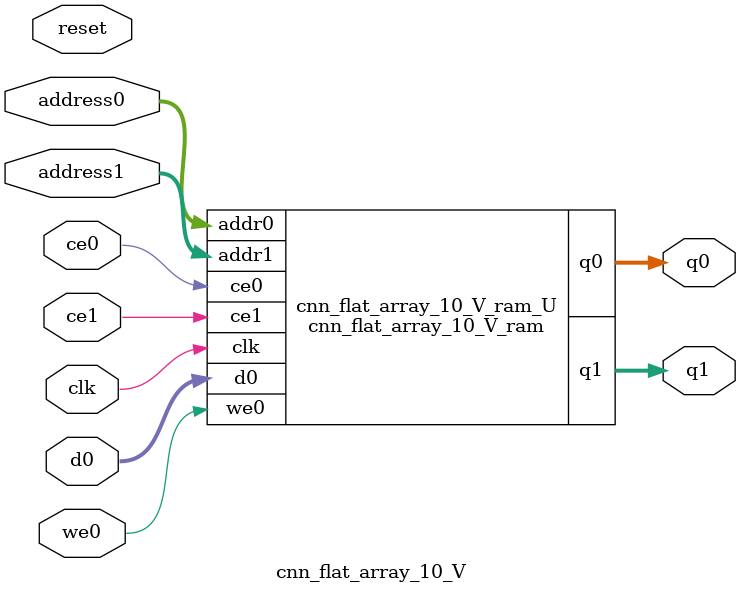
<source format=v>
`timescale 1 ns / 1 ps
module cnn_flat_array_10_V_ram (addr0, ce0, d0, we0, q0, addr1, ce1, q1,  clk);

parameter DWIDTH = 14;
parameter AWIDTH = 5;
parameter MEM_SIZE = 30;

input[AWIDTH-1:0] addr0;
input ce0;
input[DWIDTH-1:0] d0;
input we0;
output reg[DWIDTH-1:0] q0;
input[AWIDTH-1:0] addr1;
input ce1;
output reg[DWIDTH-1:0] q1;
input clk;

(* ram_style = "distributed" *)reg [DWIDTH-1:0] ram[0:MEM_SIZE-1];




always @(posedge clk)  
begin 
    if (ce0) 
    begin
        if (we0) 
        begin 
            ram[addr0] <= d0; 
        end 
        q0 <= ram[addr0];
    end
end


always @(posedge clk)  
begin 
    if (ce1) 
    begin
        q1 <= ram[addr1];
    end
end


endmodule

`timescale 1 ns / 1 ps
module cnn_flat_array_10_V(
    reset,
    clk,
    address0,
    ce0,
    we0,
    d0,
    q0,
    address1,
    ce1,
    q1);

parameter DataWidth = 32'd14;
parameter AddressRange = 32'd30;
parameter AddressWidth = 32'd5;
input reset;
input clk;
input[AddressWidth - 1:0] address0;
input ce0;
input we0;
input[DataWidth - 1:0] d0;
output[DataWidth - 1:0] q0;
input[AddressWidth - 1:0] address1;
input ce1;
output[DataWidth - 1:0] q1;



cnn_flat_array_10_V_ram cnn_flat_array_10_V_ram_U(
    .clk( clk ),
    .addr0( address0 ),
    .ce0( ce0 ),
    .we0( we0 ),
    .d0( d0 ),
    .q0( q0 ),
    .addr1( address1 ),
    .ce1( ce1 ),
    .q1( q1 ));

endmodule


</source>
